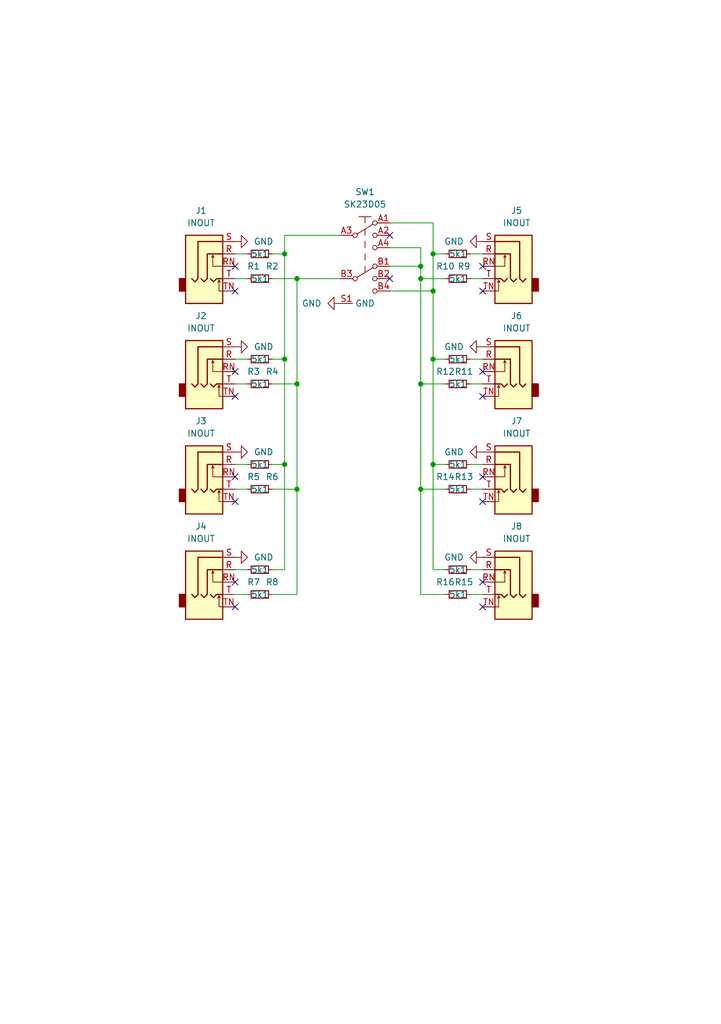
<source format=kicad_sch>
(kicad_sch (version 20211123) (generator eeschema)
  (paper "A5" portrait)
  (title_block (title "MINIMIX") (date "2023-03-21") (rev "v1.0.0") (company "Jan Marie Hemsing"))
  (lib_symbols
    (symbol "Connector:AudioJack3_SwitchTR"
      (property "Reference" "J" (at 0 8.89 0))
      (property "Value" "AudioJack3_SwitchTR" (at 0 6.35 0))
      (symbol "AudioJack3_SwitchTR_0_1"
        (rectangle (start -5.08 -5.08) (end -6.35 -7.62) (stroke (width 0.254)) (fill (type outline)))
        (polyline (pts (xy 0.508 -0.254) (xy 0.762 -0.762)))
        (polyline (pts (xy 1.778 -5.334) (xy 2.032 -5.842)))
        (polyline (pts (xy 0 -5.08) (xy 0.635 -5.715) (xy 1.27 -5.08) (xy 2.54 -5.08)) (stroke (width 0.254)))
        (polyline (pts (xy 2.54 -7.62) (xy 1.778 -7.62) (xy 1.778 -5.334) (xy 1.524 -5.842)))
        (polyline (pts (xy 2.54 -2.54) (xy 0.508 -2.54) (xy 0.508 -0.254) (xy 0.254 -0.762)))
        (polyline (pts (xy -1.905 -5.08) (xy -1.27 -5.715) (xy -0.635 -5.08) (xy -0.635 0) (xy 2.54 0)) (stroke (width 0.254)))
        (polyline (pts (xy 2.54 2.54) (xy -2.54 2.54) (xy -2.54 -5.08) (xy -3.175 -5.715) (xy -3.81 -5.08)) (stroke (width 0.254)))
        (rectangle (start 2.54 3.81) (end -5.08 -10.16) (stroke (width 0.254)) (fill (type background)))
      )
      (symbol "AudioJack3_SwitchTR_1_1"
        (pin passive line (at 5.08 0 180) (length 2.54) (name "~") (number "R"))
        (pin passive line (at 5.08 -2.54 180) (length 2.54) (name "~") (number "RN"))
        (pin passive line (at 5.08 2.54 180) (length 2.54) (name "~") (number "S"))
        (pin passive line (at 5.08 -5.08 180) (length 2.54) (name "~") (number "T"))
        (pin passive line (at 5.08 -7.62 180) (length 2.54) (name "~") (number "TN"))
      )
    )
    (symbol "Device:R_Small" (pin_numbers hide) (pin_names (offset 0.254) hide)
      (property "Reference" "R" (at 0.762 0.508 0))
      (property "Value" "R_Small" (at 0.762 -1.016 0))
      (symbol "R_Small_0_1"
        (rectangle (start -0.762 1.778) (end 0.762 -1.778) (stroke (width 0.2032)))
      )
      (symbol "R_Small_1_1"
        (pin passive line (at 0 2.54 270) (length 0.762) (name "~") (number "1"))
        (pin passive line (at 0 -2.54 90) (length 0.762) (name "~") (number "2"))
      )
    )
    (symbol "otter:GND" (power) (pin_names (offset 0))
      (property "Value" "GND" (at 0 -3.81 0))
      (symbol "GND_0_1"
        (polyline (pts (xy 0 0) (xy 0 -1.27) (xy 1.27 -1.27) (xy 0 -2.54) (xy -1.27 -1.27) (xy 0 -1.27)))
      )
      (symbol "GND_1_1"
        (pin power_in line (at 0 0 270) (length 0) hide (name "GND") (number "1"))
      )
    )
    (symbol "otter:SK23D05"
      (property "Reference" "SW1" (at 0 12.7 0))
      (property "Value" "SK23D05" (at 0 10.16 0))
      (symbol "SK23D05_0_1"
        (circle (center -2.032 -5.08) (radius 0.4572))
        (circle (center -2.032 3.81) (radius 0.4572))
        (polyline (pts (xy -1.651 -4.826) (xy 1.651 -2.794)))
        (polyline (pts (xy -1.651 4.064) (xy 1.651 6.096)))
        (polyline (pts (xy -1.27 7.62) (xy 1.27 7.62)))
        (polyline (pts (xy 0 -3.81) (xy 0 -2.54)))
        (polyline (pts (xy 0 -1.27) (xy 0 0)))
        (polyline (pts (xy 0 1.27) (xy 0 2.54)))
        (polyline (pts (xy 0 3.81) (xy 0 5.08)))
        (polyline (pts (xy 0 6.35) (xy 0 7.62)))
        (circle (center 2.032 -7.62) (radius 0.4572))
        (circle (center 2.032 -5.08) (radius 0.4572))
        (circle (center 2.032 -2.54) (radius 0.4572))
        (circle (center 2.032 1.27) (radius 0.4572))
        (circle (center 2.032 3.81) (radius 0.4572))
        (circle (center 2.032 6.35) (radius 0.4572))
      )
      (symbol "SK23D05_1_1"
        (pin passive line (at 5.08 6.35 180) (length 2.54) (name "") (number "A1"))
        (pin passive line (at 5.08 3.81 180) (length 2.54) (name "") (number "A2"))
        (pin passive line (at -5.08 3.81 0) (length 2.54) (name "") (number "A3"))
        (pin passive line (at 5.08 1.27 180) (length 2.54) (name "") (number "A4"))
        (pin passive line (at 5.08 -2.54 180) (length 2.54) (name "") (number "B1"))
        (pin passive line (at 5.08 -5.08 180) (length 2.54) (name "") (number "B2"))
        (pin passive line (at -5.08 -5.08 0) (length 2.54) (name "") (number "B3"))
        (pin passive line (at 5.08 -7.62 180) (length 2.54) (name "") (number "B4"))
        (pin passive line (at -5.08 -10.16 0) (length 2.54) (name "GND") (number "S1"))
      )
    )
  )
  (junction (at 88.9 59.69))
  (junction (at 58.42 73.66))
  (junction (at 86.36 54.61))
  (junction (at 60.96 57.15))
  (junction (at 88.9 73.66))
  (junction (at 88.9 52.07))
  (junction (at 58.42 52.07))
  (junction (at 88.9 95.25))
  (junction (at 86.36 78.74))
  (junction (at 86.36 57.15))
  (junction (at 60.96 78.74))
  (junction (at 58.42 95.25))
  (junction (at 60.96 100.33))
  (junction (at 86.36 100.33))
  (no_connect (at 48.26 76.2))
  (no_connect (at 80.01 48.26))
  (no_connect (at 80.01 57.15))
  (no_connect (at 99.06 119.38))
  (no_connect (at 99.06 59.69))
  (no_connect (at 48.26 81.28))
  (no_connect (at 48.26 102.87))
  (no_connect (at 48.26 124.46))
  (no_connect (at 99.06 54.61))
  (no_connect (at 99.06 102.87))
  (no_connect (at 99.06 124.46))
  (no_connect (at 48.26 97.79))
  (no_connect (at 99.06 97.79))
  (no_connect (at 99.06 81.28))
  (no_connect (at 48.26 59.69))
  (no_connect (at 48.26 54.61))
  (no_connect (at 48.26 119.38))
  (no_connect (at 99.06 76.2))
  (wire (pts (xy 91.44 52.07) (xy 88.9 52.07)))
  (wire (pts (xy 60.96 57.15) (xy 69.85 57.15)))
  (wire (pts (xy 80.01 59.69) (xy 88.9 59.69)))
  (wire (pts (xy 86.36 57.15) (xy 86.36 78.74)))
  (wire (pts (xy 60.96 78.74) (xy 60.96 100.33)))
  (wire (pts (xy 91.44 57.15) (xy 86.36 57.15)))
  (wire (pts (xy 58.42 48.26) (xy 58.42 52.07)))
  (wire (pts (xy 96.52 100.33) (xy 99.06 100.33)))
  (wire (pts (xy 96.52 57.15) (xy 99.06 57.15)))
  (wire (pts (xy 55.88 73.66) (xy 58.42 73.66)))
  (wire (pts (xy 99.06 116.84) (xy 96.52 116.84)))
  (wire (pts (xy 48.26 95.25) (xy 50.8 95.25)))
  (wire (pts (xy 86.36 54.61) (xy 86.36 57.15)))
  (wire (pts (xy 91.44 95.25) (xy 88.9 95.25)))
  (wire (pts (xy 48.26 73.66) (xy 50.8 73.66)))
  (wire (pts (xy 58.42 95.25) (xy 58.42 116.84)))
  (wire (pts (xy 55.88 121.92) (xy 60.96 121.92)))
  (wire (pts (xy 55.88 57.15) (xy 60.96 57.15)))
  (wire (pts (xy 88.9 59.69) (xy 88.9 73.66)))
  (wire (pts (xy 55.88 100.33) (xy 60.96 100.33)))
  (wire (pts (xy 91.44 73.66) (xy 88.9 73.66)))
  (wire (pts (xy 60.96 100.33) (xy 60.96 121.92)))
  (wire (pts (xy 80.01 45.72) (xy 88.9 45.72)))
  (wire (pts (xy 50.8 57.15) (xy 48.26 57.15)))
  (wire (pts (xy 86.36 78.74) (xy 86.36 100.33)))
  (wire (pts (xy 58.42 73.66) (xy 58.42 95.25)))
  (wire (pts (xy 55.88 116.84) (xy 58.42 116.84)))
  (wire (pts (xy 91.44 78.74) (xy 86.36 78.74)))
  (wire (pts (xy 91.44 100.33) (xy 86.36 100.33)))
  (wire (pts (xy 99.06 95.25) (xy 96.52 95.25)))
  (wire (pts (xy 88.9 52.07) (xy 88.9 59.69)))
  (wire (pts (xy 55.88 95.25) (xy 58.42 95.25)))
  (wire (pts (xy 86.36 100.33) (xy 86.36 121.92)))
  (wire (pts (xy 48.26 116.84) (xy 50.8 116.84)))
  (wire (pts (xy 88.9 73.66) (xy 88.9 95.25)))
  (wire (pts (xy 58.42 52.07) (xy 58.42 73.66)))
  (wire (pts (xy 80.01 54.61) (xy 86.36 54.61)))
  (wire (pts (xy 55.88 52.07) (xy 58.42 52.07)))
  (wire (pts (xy 50.8 78.74) (xy 48.26 78.74)))
  (wire (pts (xy 91.44 121.92) (xy 86.36 121.92)))
  (wire (pts (xy 96.52 78.74) (xy 99.06 78.74)))
  (wire (pts (xy 48.26 52.07) (xy 50.8 52.07)))
  (wire (pts (xy 55.88 78.74) (xy 60.96 78.74)))
  (wire (pts (xy 50.8 121.92) (xy 48.26 121.92)))
  (wire (pts (xy 99.06 52.07) (xy 96.52 52.07)))
  (wire (pts (xy 96.52 121.92) (xy 99.06 121.92)))
  (wire (pts (xy 50.8 100.33) (xy 48.26 100.33)))
  (wire (pts (xy 88.9 95.25) (xy 88.9 116.84)))
  (wire (pts (xy 86.36 54.61) (xy 86.36 50.8)))
  (wire (pts (xy 60.96 57.15) (xy 60.96 78.74)))
  (wire (pts (xy 69.85 48.26) (xy 58.42 48.26)))
  (wire (pts (xy 88.9 45.72) (xy 88.9 52.07)))
  (wire (pts (xy 80.01 50.8) (xy 86.36 50.8)))
  (wire (pts (xy 91.44 116.84) (xy 88.9 116.84)))
  (wire (pts (xy 99.06 73.66) (xy 96.52 73.66)))
  (symbol (lib_id "Connector:AudioJack3_SwitchTR") (at 43.18 73.66 0) (unit 1)
    (property "Reference" "J2" (at 41.275 64.77 0))
    (property "Value" "INOUT" (at 41.275 67.31 0))
    (property "Footprint" "otter:PJ-3126-5A" (effects hide))
  )
  (symbol (lib_id "otter:SK23D05") (at 74.93 52.07 0) (unit 1)
    (property "Reference" "SW1" (at 74.93 39.37 0))
    (property "Value" "SK23D05" (at 74.93 41.91 0))
    (property "Footprint" "otter:SK23D05" (effects hide))
  )
  (symbol (lib_id "otter:GND") (at 69.85 62.23 270) (unit 1)
    (property "Reference" "#PWR0109" (effects hide))
    (property "Value" "GND" (at 66.04 62.2299 90) (effects (justify right)))
  )
  (symbol (lib_id "Device:R_Small") (at 53.34 73.66 270) (unit 1)
    (property "Reference" "R3" (at 52.07 76.2 90))
    (property "Value" "5k1" (at 53.34 73.66 90))
    (property "Footprint" "otter:R_0402" (effects hide))
  )
  (symbol (lib_id "otter:GND") (at 99.06 71.12 270) (mirror x) (unit 1)
    (property "Reference" "#PWR0106" (effects hide))
    (property "Value" "GND" (at 95.25 71.1199 90) (effects (justify right)))
  )
  (symbol (lib_id "otter:GND") (at 99.06 92.71 270) (mirror x) (unit 1)
    (property "Reference" "#PWR0107" (effects hide))
    (property "Value" "GND" (at 95.25 92.7099 90) (effects (justify right)))
  )
  (symbol (lib_id "Connector:AudioJack3_SwitchTR") (at 104.14 116.84 0) (mirror y) (unit 1)
    (property "Reference" "J8" (at 106.045 107.95 0))
    (property "Value" "INOUT" (at 106.045 110.49 0))
    (property "Footprint" "otter:PJ-3126-5A" (effects hide))
  )
  (symbol (lib_id "Device:R_Small") (at 93.98 73.66 90) (mirror x) (unit 1)
    (property "Reference" "R11" (at 95.25 76.2 90))
    (property "Value" "5k1" (at 93.98 73.66 90))
    (property "Footprint" "otter:R_0402" (effects hide))
  )
  (symbol (lib_id "Device:R_Small") (at 93.98 78.74 270) (mirror x) (unit 1)
    (property "Reference" "R12" (at 91.44 76.2 90))
    (property "Value" "5k1" (at 93.98 78.74 90))
    (property "Footprint" "otter:R_0402" (effects hide))
  )
  (symbol (lib_id "Device:R_Small") (at 53.34 121.92 90) (unit 1)
    (property "Reference" "R8" (at 55.88 119.38 90))
    (property "Value" "5k1" (at 53.34 121.92 90))
    (property "Footprint" "otter:R_0402" (effects hide))
  )
  (symbol (lib_id "Device:R_Small") (at 53.34 57.15 90) (unit 1)
    (property "Reference" "R2" (at 55.88 54.61 90))
    (property "Value" "5k1" (at 53.34 57.15 90))
    (property "Footprint" "otter:R_0402" (effects hide))
  )
  (symbol (lib_id "Device:R_Small") (at 53.34 95.25 270) (unit 1)
    (property "Reference" "R5" (at 52.07 97.79 90))
    (property "Value" "5k1" (at 53.34 95.25 90))
    (property "Footprint" "otter:R_0402" (effects hide))
  )
  (symbol (lib_id "Device:R_Small") (at 93.98 95.25 90) (mirror x) (unit 1)
    (property "Reference" "R13" (at 95.25 97.79 90))
    (property "Value" "5k1" (at 93.98 95.25 90))
    (property "Footprint" "otter:R_0402" (effects hide))
  )
  (symbol (lib_id "Device:R_Small") (at 53.34 52.07 270) (unit 1)
    (property "Reference" "R1" (at 52.07 54.61 90))
    (property "Value" "5k1" (at 53.34 52.07 90))
    (property "Footprint" "otter:R_0402" (effects hide))
  )
  (symbol (lib_id "Connector:AudioJack3_SwitchTR") (at 104.14 73.66 0) (mirror y) (unit 1)
    (property "Reference" "J6" (at 106.045 64.77 0))
    (property "Value" "INOUT" (at 106.045 67.31 0))
    (property "Footprint" "otter:PJ-3126-5A" (effects hide))
  )
  (symbol (lib_id "Connector:AudioJack3_SwitchTR") (at 43.18 52.07 0) (unit 1)
    (property "Reference" "J1" (at 41.275 43.18 0))
    (property "Value" "INOUT" (at 41.275 45.72 0))
    (property "Footprint" "otter:PJ-3126-5A" (effects hide))
  )
  (symbol (lib_id "Device:R_Small") (at 53.34 78.74 90) (unit 1)
    (property "Reference" "R4" (at 55.88 76.2 90))
    (property "Value" "5k1" (at 53.34 78.74 90))
    (property "Footprint" "otter:R_0402" (effects hide))
  )
  (symbol (lib_id "otter:GND") (at 48.26 92.71 90) (unit 1)
    (property "Reference" "#PWR0104" (effects hide))
    (property "Value" "GND" (at 52.07 92.7099 90) (effects (justify right)))
  )
  (symbol (lib_id "Device:R_Small") (at 53.34 116.84 270) (unit 1)
    (property "Reference" "R7" (at 52.07 119.38 90))
    (property "Value" "5k1" (at 53.34 116.84 90))
    (property "Footprint" "otter:R_0402" (effects hide))
  )
  (symbol (lib_id "otter:GND") (at 48.26 71.12 90) (unit 1)
    (property "Reference" "#PWR0101" (effects hide))
    (property "Value" "GND" (at 52.07 71.1199 90) (effects (justify right)))
  )
  (symbol (lib_id "otter:GND") (at 48.26 114.3 90) (unit 1)
    (property "Reference" "#PWR0103" (effects hide))
    (property "Value" "GND" (at 52.07 114.2999 90) (effects (justify right)))
  )
  (symbol (lib_id "Connector:AudioJack3_SwitchTR") (at 104.14 52.07 0) (mirror y) (unit 1)
    (property "Reference" "J5" (at 106.045 43.18 0))
    (property "Value" "INOUT" (at 106.045 45.72 0))
    (property "Footprint" "otter:PJ-3126-5A" (effects hide))
  )
  (symbol (lib_id "otter:GND") (at 99.06 49.53 270) (mirror x) (unit 1)
    (property "Reference" "#PWR0108" (effects hide))
    (property "Value" "GND" (at 95.25 49.5299 90) (effects (justify right)))
  )
  (symbol (lib_id "Device:R_Small") (at 93.98 116.84 90) (mirror x) (unit 1)
    (property "Reference" "R15" (at 95.25 119.38 90))
    (property "Value" "5k1" (at 93.98 116.84 90))
    (property "Footprint" "otter:R_0402" (effects hide))
  )
  (symbol (lib_id "Device:R_Small") (at 93.98 57.15 270) (mirror x) (unit 1)
    (property "Reference" "R10" (at 91.44 54.61 90))
    (property "Value" "5k1" (at 93.98 57.15 90))
    (property "Footprint" "otter:R_0402" (effects hide))
  )
  (symbol (lib_id "Connector:AudioJack3_SwitchTR") (at 43.18 116.84 0) (unit 1)
    (property "Reference" "J4" (at 41.275 107.95 0))
    (property "Value" "INOUT" (at 41.275 110.49 0))
    (property "Footprint" "otter:PJ-3126-5A" (effects hide))
  )
  (symbol (lib_id "Device:R_Small") (at 93.98 52.07 90) (mirror x) (unit 1)
    (property "Reference" "R9" (at 95.25 54.61 90))
    (property "Value" "5k1" (at 93.98 52.07 90))
    (property "Footprint" "otter:R_0402" (effects hide))
  )
  (symbol (lib_id "Device:R_Small") (at 53.34 100.33 90) (unit 1)
    (property "Reference" "R6" (at 55.88 97.79 90))
    (property "Value" "5k1" (at 53.34 100.33 90))
    (property "Footprint" "otter:R_0402" (effects hide))
  )
  (symbol (lib_id "Device:R_Small") (at 93.98 121.92 270) (mirror x) (unit 1)
    (property "Reference" "R16" (at 91.44 119.38 90))
    (property "Value" "5k1" (at 93.98 121.92 90))
    (property "Footprint" "otter:R_0402" (effects hide))
  )
  (symbol (lib_id "Connector:AudioJack3_SwitchTR") (at 43.18 95.25 0) (unit 1)
    (property "Reference" "J3" (at 41.275 86.36 0))
    (property "Value" "INOUT" (at 41.275 88.9 0))
    (property "Footprint" "otter:PJ-3126-5A" (effects hide))
  )
  (symbol (lib_id "Device:R_Small") (at 93.98 100.33 270) (mirror x) (unit 1)
    (property "Reference" "R14" (at 91.44 97.79 90))
    (property "Value" "5k1" (at 93.98 100.33 90))
    (property "Footprint" "otter:R_0402" (effects hide))
  )
  (symbol (lib_id "otter:GND") (at 48.26 49.53 90) (unit 1)
    (property "Reference" "#PWR0102" (effects hide))
    (property "Value" "GND" (at 52.07 49.5299 90) (effects (justify right)))
  )
  (symbol (lib_id "Connector:AudioJack3_SwitchTR") (at 104.14 95.25 0) (mirror y) (unit 1)
    (property "Reference" "J7" (at 106.045 86.36 0))
    (property "Value" "INOUT" (at 106.045 88.9 0))
    (property "Footprint" "otter:PJ-3126-5A" (effects hide))
  )
  (symbol (lib_id "otter:GND") (at 99.06 114.3 270) (mirror x) (unit 1)
    (property "Reference" "#PWR0105" (effects hide))
    (property "Value" "GND" (at 95.25 114.2999 90) (effects (justify right)))
  )
)
</source>
